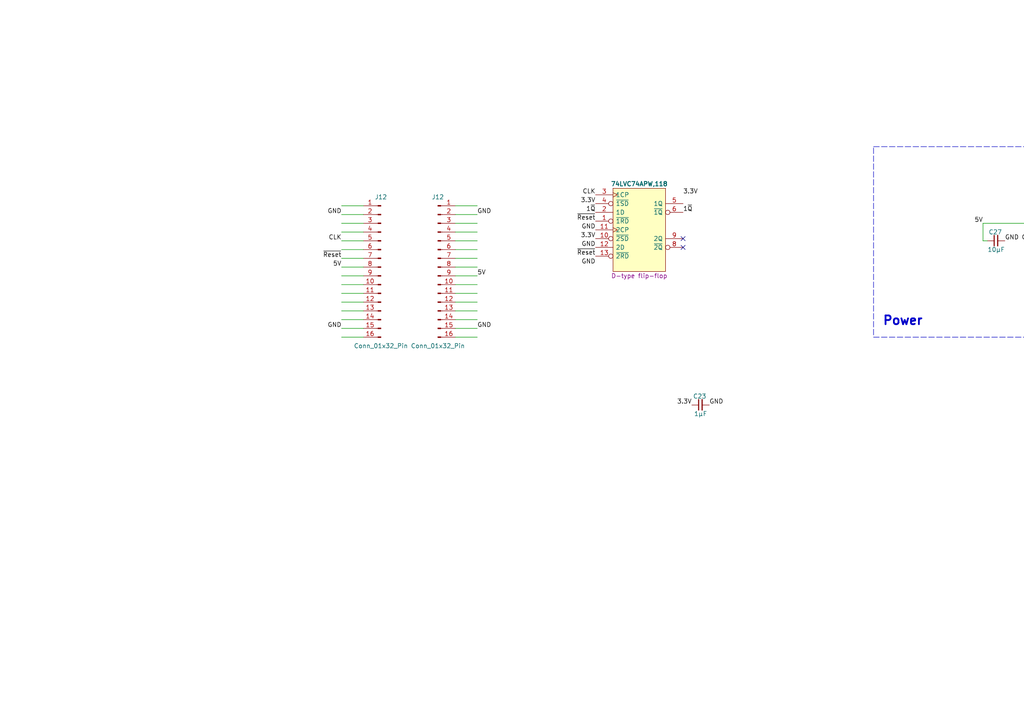
<source format=kicad_sch>
(kicad_sch (version 20230121) (generator eeschema)
  (paper "A4")
  (lib_symbols
    (symbol "C_0805_5" (pin_numbers hide) (pin_names (offset 0.254) hide)
      (property "Reference" "C" (at 2.286 2.54 0))
      (property "Value" "?μF" (at 2.54 -2.54 0))
      (symbol "C_0805_5_0_1"
        (polyline (pts (xy 1.9685 -1.4605) (xy 1.9685 1.5875)) (stroke (width 0.3048)))
        (polyline (pts (xy 2.9845 -1.4605) (xy 2.9845 1.5875)) (stroke (width 0.3302)))
      )
      (symbol "C_0805_5_1_1"
        (pin passive line (at 0 0 0) (length 2.032) (name "~") (number "1"))
        (pin passive line (at 5.08 0 180) (length 2.032) (name "~") (number "2"))
      )
    )
    (symbol "Connector:Conn_01x16_Pin" (pin_names (offset 1.016) hide)
      (property "Reference" "J" (at 0 20.32 0))
      (property "Value" "Conn_01x16_Pin" (at 0 -22.86 0))
      (symbol "Conn_01x16_Pin_1_1"
        (polyline (pts (xy 1.27 -20.32) (xy 0.8636 -20.32)) (stroke (width 0.1524)))
        (polyline (pts (xy 1.27 -17.78) (xy 0.8636 -17.78)) (stroke (width 0.1524)))
        (polyline (pts (xy 1.27 -15.24) (xy 0.8636 -15.24)) (stroke (width 0.1524)))
        (polyline (pts (xy 1.27 -12.7) (xy 0.8636 -12.7)) (stroke (width 0.1524)))
        (polyline (pts (xy 1.27 -10.16) (xy 0.8636 -10.16)) (stroke (width 0.1524)))
        (polyline (pts (xy 1.27 -7.62) (xy 0.8636 -7.62)) (stroke (width 0.1524)))
        (polyline (pts (xy 1.27 -5.08) (xy 0.8636 -5.08)) (stroke (width 0.1524)))
        (polyline (pts (xy 1.27 -2.54) (xy 0.8636 -2.54)) (stroke (width 0.1524)))
        (polyline (pts (xy 1.27 0) (xy 0.8636 0)) (stroke (width 0.1524)))
        (polyline (pts (xy 1.27 2.54) (xy 0.8636 2.54)) (stroke (width 0.1524)))
        (polyline (pts (xy 1.27 5.08) (xy 0.8636 5.08)) (stroke (width 0.1524)))
        (polyline (pts (xy 1.27 7.62) (xy 0.8636 7.62)) (stroke (width 0.1524)))
        (polyline (pts (xy 1.27 10.16) (xy 0.8636 10.16)) (stroke (width 0.1524)))
        (polyline (pts (xy 1.27 12.7) (xy 0.8636 12.7)) (stroke (width 0.1524)))
        (polyline (pts (xy 1.27 15.24) (xy 0.8636 15.24)) (stroke (width 0.1524)))
        (polyline (pts (xy 1.27 17.78) (xy 0.8636 17.78)) (stroke (width 0.1524)))
        (rectangle (start 0.8636 -20.193) (end 0 -20.447) (stroke (width 0.1524)) (fill (type outline)))
        (rectangle (start 0.8636 -17.653) (end 0 -17.907) (stroke (width 0.1524)) (fill (type outline)))
        (rectangle (start 0.8636 -15.113) (end 0 -15.367) (stroke (width 0.1524)) (fill (type outline)))
        (rectangle (start 0.8636 -12.573) (end 0 -12.827) (stroke (width 0.1524)) (fill (type outline)))
        (rectangle (start 0.8636 -10.033) (end 0 -10.287) (stroke (width 0.1524)) (fill (type outline)))
        (rectangle (start 0.8636 -7.493) (end 0 -7.747) (stroke (width 0.1524)) (fill (type outline)))
        (rectangle (start 0.8636 -4.953) (end 0 -5.207) (stroke (width 0.1524)) (fill (type outline)))
        (rectangle (start 0.8636 -2.413) (end 0 -2.667) (stroke (width 0.1524)) (fill (type outline)))
        (rectangle (start 0.8636 0.127) (end 0 -0.127) (stroke (width 0.1524)) (fill (type outline)))
        (rectangle (start 0.8636 2.667) (end 0 2.413) (stroke (width 0.1524)) (fill (type outline)))
        (rectangle (start 0.8636 5.207) (end 0 4.953) (stroke (width 0.1524)) (fill (type outline)))
        (rectangle (start 0.8636 7.747) (end 0 7.493) (stroke (width 0.1524)) (fill (type outline)))
        (rectangle (start 0.8636 10.287) (end 0 10.033) (stroke (width 0.1524)) (fill (type outline)))
        (rectangle (start 0.8636 12.827) (end 0 12.573) (stroke (width 0.1524)) (fill (type outline)))
        (rectangle (start 0.8636 15.367) (end 0 15.113) (stroke (width 0.1524)) (fill (type outline)))
        (rectangle (start 0.8636 17.907) (end 0 17.653) (stroke (width 0.1524)) (fill (type outline)))
        (pin passive line (at 5.08 17.78 180) (length 3.81) (name "Pin_1") (number "1"))
        (pin passive line (at 5.08 -5.08 180) (length 3.81) (name "Pin_10") (number "10"))
        (pin passive line (at 5.08 -7.62 180) (length 3.81) (name "Pin_11") (number "11"))
        (pin passive line (at 5.08 -10.16 180) (length 3.81) (name "Pin_12") (number "12"))
        (pin passive line (at 5.08 -12.7 180) (length 3.81) (name "Pin_13") (number "13"))
        (pin passive line (at 5.08 -15.24 180) (length 3.81) (name "Pin_14") (number "14"))
        (pin passive line (at 5.08 -17.78 180) (length 3.81) (name "Pin_15") (number "15"))
        (pin passive line (at 5.08 -20.32 180) (length 3.81) (name "Pin_16") (number "16"))
        (pin passive line (at 5.08 15.24 180) (length 3.81) (name "Pin_2") (number "2"))
        (pin passive line (at 5.08 12.7 180) (length 3.81) (name "Pin_3") (number "3"))
        (pin passive line (at 5.08 10.16 180) (length 3.81) (name "Pin_4") (number "4"))
        (pin passive line (at 5.08 7.62 180) (length 3.81) (name "Pin_5") (number "5"))
        (pin passive line (at 5.08 5.08 180) (length 3.81) (name "Pin_6") (number "6"))
        (pin passive line (at 5.08 2.54 180) (length 3.81) (name "Pin_7") (number "7"))
        (pin passive line (at 5.08 0 180) (length 3.81) (name "Pin_8") (number "8"))
        (pin passive line (at 5.08 -2.54 180) (length 3.81) (name "Pin_9") (number "9"))
      )
    )
    (symbol "Diodes_Inc:AP7365-33WG-7" (pin_names (offset 0.762))
      (property "Reference" "IC" (at 12.7 5.08 0))
      (property "Value" "AP7365-33WG-7" (at 12.7 3.175 0))
      (property "Description" "3.3V LDO voltage regulator" (at 12.7 -8.255 0))
      (symbol "AP7365-33WG-7_0_0"
        (pin passive line (at 0 0 0) (length 5.08) (name "VIN") (number "1"))
        (pin passive line (at 0 -5.08 0) (length 5.08) (name "GND") (number "2"))
        (pin input line (at 0 -2.54 0) (length 5.08) (name "EN") (number "3"))
        (pin passive line (at 25.4 -5.08 180) (length 5.08) (name "ADJ") (number "4"))
        (pin passive line (at 25.4 0 180) (length 5.08) (name "VOUT") (number "5"))
      )
      (symbol "AP7365-33WG-7_0_1"
        (polyline (pts (xy 5.08 1.905) (xy 20.32 1.905) (xy 20.32 -6.985) (xy 5.08 -6.985) (xy 5.08 1.905)) (fill (type background)))
      )
    )
    (symbol "HCP65:C_0805" (pin_numbers hide) (pin_names (offset 0.254) hide)
      (property "Reference" "C" (at 2.286 2.54 0))
      (property "Value" "?μF" (at 2.54 -2.54 0))
      (symbol "C_0805_0_1"
        (polyline (pts (xy 1.9685 -1.4605) (xy 1.9685 1.5875)) (stroke (width 0.3048)))
        (polyline (pts (xy 2.9845 -1.4605) (xy 2.9845 1.5875)) (stroke (width 0.3302)))
      )
      (symbol "C_0805_1_1"
        (pin passive line (at 0 0 0) (length 2.032) (name "~") (number "1"))
        (pin passive line (at 5.08 0 180) (length 2.032) (name "~") (number "2"))
      )
    )
    (symbol "Nexperia:74LVC74APW,118" (pin_names (offset 0.762))
      (property "Reference" "IC" (at 12.065 5.08 0))
      (property "Value" "74LVC74APW,118" (at 12.7 3.175 0))
      (property "Description" "D-type flip-flop" (at 12.7 -23.495 0))
      (symbol "74LVC74APW,118_0_0"
        (pin input inverted (at 0 -7.62 0) (length 5.08) (name "~{1RD}") (number "1"))
        (pin input inverted (at 0 -12.7 0) (length 5.08) (name "~{2SD}") (number "10"))
        (pin input clock (at 0 -10.16 0) (length 5.08) (name "2CP") (number "11"))
        (pin input line (at 0 -15.24 0) (length 5.08) (name "2D") (number "12"))
        (pin input inverted (at 0 -17.78 0) (length 5.08) (name "~{2RD}") (number "13"))
        (pin passive line (at 25.4 0 180) (length 5.08) hide (name "3V") (number "14"))
        (pin input line (at 0 -5.08 0) (length 5.08) (name "1D") (number "2"))
        (pin input clock (at 0 0 0) (length 5.08) (name "1CP") (number "3"))
        (pin input inverted (at 0 -2.54 0) (length 5.08) (name "~{1SD}") (number "4"))
        (pin output line (at 25.4 -2.54 180) (length 5.08) (name "1Q") (number "5"))
        (pin output inverted (at 25.4 -5.08 180) (length 5.08) (name "~{1Q}") (number "6"))
        (pin passive line (at 0 -20.32 0) (length 5.08) hide (name "GND") (number "7"))
        (pin output inverted (at 25.4 -15.24 180) (length 5.08) (name "~{2Q}") (number "8"))
        (pin output line (at 25.4 -12.7 180) (length 5.08) (name "2Q") (number "9"))
      )
      (symbol "74LVC74APW,118_0_1"
        (polyline (pts (xy 5.08 1.905) (xy 20.32 1.905) (xy 20.32 -22.225) (xy 5.08 -22.225) (xy 5.08 1.905)) (stroke (width 0.1524)) (fill (type background)))
      )
    )
  )
  (junction (at 300.355 64.77))
  (junction (at 329.565 64.77))
  (no_connect (at 325.755 69.85))
  (no_connect (at 198.12 71.755))
  (no_connect (at 198.12 69.215))
  (wire (pts (xy 132.08 62.23) (xy 138.43 62.23)))
  (wire (pts (xy 105.41 77.47) (xy 99.06 77.47)))
  (wire (pts (xy 105.41 69.85) (xy 99.06 69.85)))
  (wire (pts (xy 105.41 82.55) (xy 99.06 82.55)))
  (wire (pts (xy 105.41 72.39) (xy 99.06 72.39)))
  (wire (pts (xy 132.08 95.25) (xy 138.43 95.25)))
  (wire (pts (xy 285.115 69.85) (xy 286.385 69.85)))
  (wire (pts (xy 132.08 77.47) (xy 138.43 77.47)))
  (wire (pts (xy 105.41 62.23) (xy 99.06 62.23)))
  (wire (pts (xy 105.41 64.77) (xy 99.06 64.77)))
  (wire (pts (xy 105.41 85.09) (xy 99.06 85.09)))
  (wire (pts (xy 132.08 80.01) (xy 138.43 80.01)))
  (wire (pts (xy 132.08 85.09) (xy 138.43 85.09)))
  (wire (pts (xy 325.755 64.77) (xy 329.565 64.77)))
  (wire (pts (xy 285.115 64.77) (xy 285.115 69.85)))
  (wire (pts (xy 300.355 64.77) (xy 300.355 67.31)))
  (wire (pts (xy 105.41 90.17) (xy 99.06 90.17)))
  (wire (pts (xy 132.08 74.93) (xy 138.43 74.93)))
  (wire (pts (xy 132.08 87.63) (xy 138.43 87.63)))
  (wire (pts (xy 105.41 74.93) (xy 99.06 74.93)))
  (wire (pts (xy 132.08 97.79) (xy 138.43 97.79)))
  (wire (pts (xy 132.08 67.31) (xy 138.43 67.31)))
  (wire (pts (xy 132.08 72.39) (xy 138.43 72.39)))
  (wire (pts (xy 285.115 64.77) (xy 300.355 64.77)))
  (wire (pts (xy 132.08 92.71) (xy 138.43 92.71)))
  (wire (pts (xy 105.41 80.01) (xy 99.06 80.01)))
  (wire (pts (xy 132.08 90.17) (xy 138.43 90.17)))
  (wire (pts (xy 105.41 59.69) (xy 99.06 59.69)))
  (wire (pts (xy 105.41 67.31) (xy 99.06 67.31)))
  (wire (pts (xy 132.08 69.85) (xy 138.43 69.85)))
  (wire (pts (xy 132.08 82.55) (xy 138.43 82.55)))
  (wire (pts (xy 132.08 64.77) (xy 138.43 64.77)))
  (wire (pts (xy 329.565 64.77) (xy 334.645 64.77)))
  (wire (pts (xy 105.41 87.63) (xy 99.06 87.63)))
  (wire (pts (xy 105.41 92.71) (xy 99.06 92.71)))
  (wire (pts (xy 329.565 69.85) (xy 329.565 64.77)))
  (wire (pts (xy 105.41 97.79) (xy 99.06 97.79)))
  (wire (pts (xy 132.08 59.69) (xy 138.43 59.69)))
  (wire (pts (xy 105.41 95.25) (xy 99.06 95.25)))
  (rectangle (start 253.365 42.545) (end 368.3 97.79) (stroke (width 0) (type dash)))
  (text "Power" (at 255.905 94.615 0) (effects (font (size 2.54 2.54) (thickness 0.508) bold) (justify left bottom)))
  (label "1~{Q}" (at 198.12 61.595 0))
  (label "GND" (at 172.72 66.675 180))
  (label "3.3V" (at 200.66 117.475 180))
  (label "3.3V" (at 172.72 59.055 180))
  (label "CLK" (at 172.72 56.515 180))
  (label "3.3V" (at 172.72 69.215 180))
  (label "3.3V" (at 334.645 64.77 0))
  (label "GND" (at 205.74 117.475 0))
  (label "5V" (at 99.06 77.47 180))
  (label "GND" (at 99.06 62.23 180))
  (label "5V" (at 285.115 64.77 180))
  (label "GND" (at 300.355 69.85 180))
  (label "GND" (at 172.72 71.755 180))
  (label "~{Reset}" (at 99.06 74.93 180))
  (label "~{Reset}" (at 172.72 74.295 180))
  (label "GND" (at 138.43 62.23 0))
  (label "~{Reset}" (at 172.72 64.135 180))
  (label "5V" (at 138.43 80.01 0))
  (label "1~{Q}" (at 172.72 61.595 180))
  (label "GND" (at 291.465 69.85 0))
  (label "3.3V" (at 198.12 56.515 0))
  (label "GND" (at 334.645 69.85 0))
  (label "GND" (at 138.43 95.25 0))
  (label "CLK" (at 99.06 69.85 180))
  (label "GND" (at 172.72 76.835 180))
  (label "GND" (at 99.06 95.25 180))
  (symbol (lib_id "Connector:Conn_01x16_Pin") (at 110.49 77.47 0) (mirror y) (unit 1)
    (property "Reference" "J12" (at 110.49 57.15 0))
    (property "Value" "Conn_01x32_Pin" (at 110.49 100.33 0))
    (property "Footprint" "Connector_PinHeader_2.54mm:PinHeader_1x16_P2.54mm_Vertical" (effects hide))
    (instances (project "MPU Signals" (path "" (reference "J12") (unit 1))) (project "VIA Device" (path "" (reference "J3") (unit 1))) (project "MPU Breakout" (path "" (reference "J3") (unit 1)) (path "" (reference "J3") (unit 1))))
  )
  (symbol (lib_id "Diodes_Inc:AP7365-33WG-7") (at 300.355 64.77 0) (unit 1)
    (property "Reference" "IC2" (at 313.055 59.69 0))
    (property "Value" "AP7365-33WG-7" (at 313.055 61.595 0) (effects (font bold)))
    (property "Footprint" "SOT95P285X130-5N" (effects hide))
    (property "Datasheet" "https://componentsearchengine.com/Datasheets/1/AP7365-33WG-7.pdf" (effects hide))
    (property "Description" "3.3V LDO voltage regulator" (at 313.055 73.025 0))
    (property "Height" "1.3" (effects hide))
    (property "Manufacturer_Name" "Diodes Inc." (effects hide))
    (property "Manufacturer_Part_Number" "AP7365-33WG-7" (effects hide))
    (property "Mouser Part Number" "621-AP7365-33WG-7" (effects hide))
    (property "Mouser Price/Stock" "https://www.mouser.co.uk/ProductDetail/Diodes-Incorporated/AP7365-33WG-7?qs=abZ1nkZpTuOZFvxvoFPL0w%3D%3D" (effects hide))
    (property "Arrow Part Number" "AP7365-33WG-7" (effects hide))
    (property "Arrow Price/Stock" "https://www.arrow.com/en/products/ap7365-33wg-7/diodes-incorporated?region=nac" (effects hide))
    (property "Silkscreen" "AP7365" (effects hide))
    (instances (project "Pico Sound" (path "" (reference "IC2") (unit 1))) (project "VIA Device" (path "" (reference "IC5") (unit 1))) (project "MPU Breakout" (path "" (reference "IC7") (unit 1)) (path "" (reference "IC36") (unit 1)) (path "" (reference "IC41") (unit 1))))
  )
  (symbol (lib_id "Connector:Conn_01x16_Pin") (at 127 77.47 0) (unit 1)
    (property "Reference" "J12" (at 127 57.15 0))
    (property "Value" "Conn_01x32_Pin" (at 127 100.33 0))
    (property "Footprint" "Connector_PinHeader_2.54mm:PinHeader_1x16_P2.54mm_Vertical" (effects hide))
    (instances (project "MPU Signals" (path "" (reference "J12") (unit 1))) (project "VIA Device" (path "" (reference "J4") (unit 1))) (project "MPU Breakout" (path "" (reference "J4") (unit 1)) (path "" (reference "J4") (unit 1))))
  )
  (symbol (lib_name "C_0805_5") (lib_id "HCP65:C_0805") (at 286.385 69.85 0) (unit 1)
    (property "Reference" "C27" (at 288.671 67.31 0))
    (property "Value" "10μF" (at 288.925 72.39 0))
    (property "Footprint" "SamacSys_Parts:C_0805" (effects hide))
    (instances (project "Pico Sound" (path "" (reference "C27") (unit 1))) (project "VIA Device" (path "" (reference "C7") (unit 1))) (project "MPU Breakout" (path "" (reference "C7") (unit 1)) (path "" (reference "C41") (unit 1)) (path "" (reference "C43") (unit 1))))
  )
  (symbol (lib_id "Nexperia:74LVC74APW,118") (at 172.72 56.515 0) (unit 1)
    (property "Reference" "IC7" (effects hide))
    (property "Value" "74LVC74APW,118" (at 185.42 53.34 0) (effects (font bold)))
    (property "Footprint" "SOP65P640X110-14N" (effects hide))
    (property "Datasheet" "https://assets.nexperia.com/documents/data-sheet/74LVC74A.pdf" (effects hide))
    (property "Description" "D-type flip-flop" (at 185.42 80.01 0))
    (property "Height" "1.1" (effects hide))
    (property "Mouser Part Number" "771-74LVC74APW-T" (effects hide))
    (property "Mouser Price/Stock" "https://www.mouser.co.uk/ProductDetail/Nexperia/74LVC74APW118?qs=me8TqzrmIYVtXwVfet0lzw%3D%3D" (effects hide))
    (property "Manufacturer_Name" "Nexperia" (effects hide))
    (property "Manufacturer_Part_Number" "74LVC74APW,118" (effects hide))
    (property "Silkscreen" "74LVC74APW" (effects hide))
    (instances (project "VIA Device" (path "" (reference "IC7") (unit 1))) (project "MPU Breakout" (path "" (reference "IC7") (unit 1)) (path "" (reference "IC31") (unit 1))))
  )
  (symbol (lib_id "HCP65:C_0805") (at 200.66 117.475 0) (unit 1)
    (property "Reference" "C23" (at 202.946 114.935 0))
    (property "Value" "1μF" (at 203.2 120.015 0))
    (property "Footprint" "SamacSys_Parts:C_0805" (effects hide))
    (instances (project "Pico Sound" (path "" (reference "C23") (unit 1))) (project "VIA Device" (path "" (reference "C9") (unit 1))) (project "MPU Breakout" (path "" (reference "C1") (unit 1)) (path "" (reference "C19") (unit 1)) (path "" (reference "C47") (unit 1))))
  )
  (symbol (lib_name "C_0805_5") (lib_id "HCP65:C_0805") (at 329.565 69.85 0) (unit 1)
    (property "Reference" "C27" (at 331.851 67.31 0))
    (property "Value" "10μF" (at 332.105 72.39 0))
    (property "Footprint" "SamacSys_Parts:C_0805" (effects hide))
    (instances (project "Pico Sound" (path "" (reference "C27") (unit 1))) (project "VIA Device" (path "" (reference "C8") (unit 1))) (project "MPU Breakout" (path "" (reference "C7") (unit 1)) (path "" (reference "C42") (unit 1)) (path "" (reference "C44") (unit 1))))
  )
)
</source>
